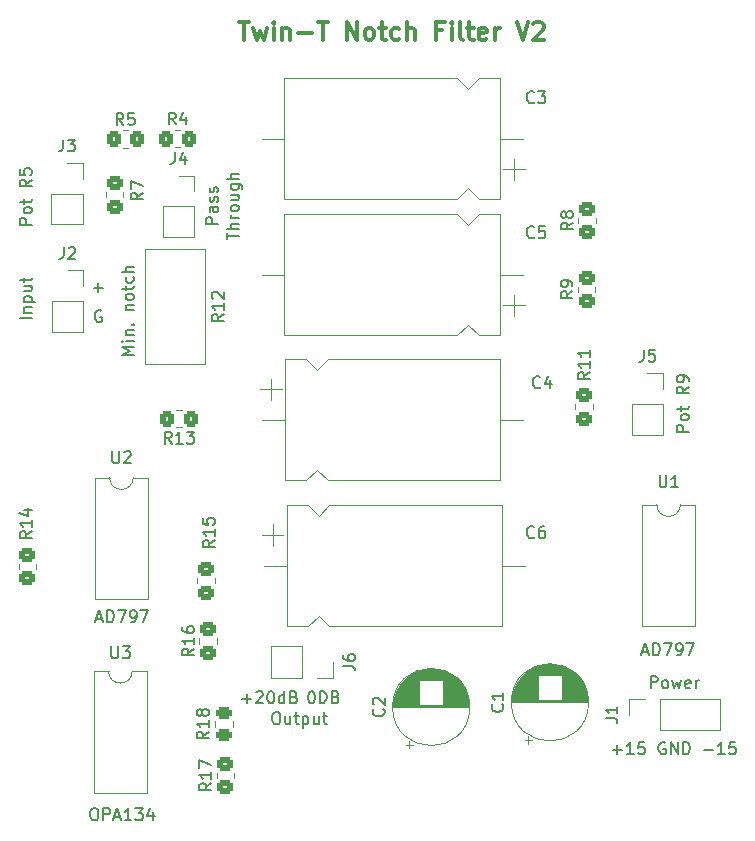
<source format=gto>
G04 #@! TF.GenerationSoftware,KiCad,Pcbnew,(6.0.9)*
G04 #@! TF.CreationDate,2022-12-01T15:56:23+01:00*
G04 #@! TF.ProjectId,Twin-T,5477696e-2d54-42e6-9b69-6361645f7063,rev?*
G04 #@! TF.SameCoordinates,Original*
G04 #@! TF.FileFunction,Legend,Top*
G04 #@! TF.FilePolarity,Positive*
%FSLAX46Y46*%
G04 Gerber Fmt 4.6, Leading zero omitted, Abs format (unit mm)*
G04 Created by KiCad (PCBNEW (6.0.9)) date 2022-12-01 15:56:23*
%MOMM*%
%LPD*%
G01*
G04 APERTURE LIST*
G04 Aperture macros list*
%AMRoundRect*
0 Rectangle with rounded corners*
0 $1 Rounding radius*
0 $2 $3 $4 $5 $6 $7 $8 $9 X,Y pos of 4 corners*
0 Add a 4 corners polygon primitive as box body*
4,1,4,$2,$3,$4,$5,$6,$7,$8,$9,$2,$3,0*
0 Add four circle primitives for the rounded corners*
1,1,$1+$1,$2,$3*
1,1,$1+$1,$4,$5*
1,1,$1+$1,$6,$7*
1,1,$1+$1,$8,$9*
0 Add four rect primitives between the rounded corners*
20,1,$1+$1,$2,$3,$4,$5,0*
20,1,$1+$1,$4,$5,$6,$7,0*
20,1,$1+$1,$6,$7,$8,$9,0*
20,1,$1+$1,$8,$9,$2,$3,0*%
G04 Aperture macros list end*
%ADD10C,0.150000*%
%ADD11C,0.300000*%
%ADD12C,0.120000*%
%ADD13R,1.700000X1.700000*%
%ADD14O,1.700000X1.700000*%
%ADD15C,1.440000*%
%ADD16RoundRect,0.250000X0.450000X-0.350000X0.450000X0.350000X-0.450000X0.350000X-0.450000X-0.350000X0*%
%ADD17C,5.600000*%
%ADD18C,3.600000*%
%ADD19RoundRect,0.250000X0.350000X0.450000X-0.350000X0.450000X-0.350000X-0.450000X0.350000X-0.450000X0*%
%ADD20R,2.400000X2.400000*%
%ADD21O,2.400000X2.400000*%
%ADD22R,2.400000X1.600000*%
%ADD23O,2.400000X1.600000*%
%ADD24R,1.600000X1.600000*%
%ADD25C,1.600000*%
%ADD26RoundRect,0.250000X-0.350000X-0.450000X0.350000X-0.450000X0.350000X0.450000X-0.350000X0.450000X0*%
%ADD27RoundRect,0.250000X-0.450000X0.262500X-0.450000X-0.262500X0.450000X-0.262500X0.450000X0.262500X0*%
G04 APERTURE END LIST*
D10*
X134628190Y-119594380D02*
X134818666Y-119594380D01*
X134913904Y-119642000D01*
X135009142Y-119737238D01*
X135056761Y-119927714D01*
X135056761Y-120261047D01*
X135009142Y-120451523D01*
X134913904Y-120546761D01*
X134818666Y-120594380D01*
X134628190Y-120594380D01*
X134532952Y-120546761D01*
X134437714Y-120451523D01*
X134390095Y-120261047D01*
X134390095Y-119927714D01*
X134437714Y-119737238D01*
X134532952Y-119642000D01*
X134628190Y-119594380D01*
X135913904Y-119927714D02*
X135913904Y-120594380D01*
X135485333Y-119927714D02*
X135485333Y-120451523D01*
X135532952Y-120546761D01*
X135628190Y-120594380D01*
X135771047Y-120594380D01*
X135866285Y-120546761D01*
X135913904Y-120499142D01*
X136247238Y-119927714D02*
X136628190Y-119927714D01*
X136390095Y-119594380D02*
X136390095Y-120451523D01*
X136437714Y-120546761D01*
X136532952Y-120594380D01*
X136628190Y-120594380D01*
X136961523Y-119927714D02*
X136961523Y-120927714D01*
X136961523Y-119975333D02*
X137056761Y-119927714D01*
X137247238Y-119927714D01*
X137342476Y-119975333D01*
X137390095Y-120022952D01*
X137437714Y-120118190D01*
X137437714Y-120403904D01*
X137390095Y-120499142D01*
X137342476Y-120546761D01*
X137247238Y-120594380D01*
X137056761Y-120594380D01*
X136961523Y-120546761D01*
X138294857Y-119927714D02*
X138294857Y-120594380D01*
X137866285Y-119927714D02*
X137866285Y-120451523D01*
X137913904Y-120546761D01*
X138009142Y-120594380D01*
X138152000Y-120594380D01*
X138247238Y-120546761D01*
X138294857Y-120499142D01*
X138628190Y-119927714D02*
X139009142Y-119927714D01*
X138771047Y-119594380D02*
X138771047Y-120451523D01*
X138818666Y-120546761D01*
X138913904Y-120594380D01*
X139009142Y-120594380D01*
X113990380Y-78303142D02*
X112990380Y-78303142D01*
X112990380Y-77922190D01*
X113038000Y-77826952D01*
X113085619Y-77779333D01*
X113180857Y-77731714D01*
X113323714Y-77731714D01*
X113418952Y-77779333D01*
X113466571Y-77826952D01*
X113514190Y-77922190D01*
X113514190Y-78303142D01*
X113990380Y-77160285D02*
X113942761Y-77255523D01*
X113895142Y-77303142D01*
X113799904Y-77350761D01*
X113514190Y-77350761D01*
X113418952Y-77303142D01*
X113371333Y-77255523D01*
X113323714Y-77160285D01*
X113323714Y-77017428D01*
X113371333Y-76922190D01*
X113418952Y-76874571D01*
X113514190Y-76826952D01*
X113799904Y-76826952D01*
X113895142Y-76874571D01*
X113942761Y-76922190D01*
X113990380Y-77017428D01*
X113990380Y-77160285D01*
X113323714Y-76541238D02*
X113323714Y-76160285D01*
X112990380Y-76398380D02*
X113847523Y-76398380D01*
X113942761Y-76350761D01*
X113990380Y-76255523D01*
X113990380Y-76160285D01*
X113990380Y-74493619D02*
X113514190Y-74826952D01*
X113990380Y-75065047D02*
X112990380Y-75065047D01*
X112990380Y-74684095D01*
X113038000Y-74588857D01*
X113085619Y-74541238D01*
X113180857Y-74493619D01*
X113323714Y-74493619D01*
X113418952Y-74541238D01*
X113466571Y-74588857D01*
X113514190Y-74684095D01*
X113514190Y-75065047D01*
X112990380Y-73588857D02*
X112990380Y-74065047D01*
X113466571Y-74112666D01*
X113418952Y-74065047D01*
X113371333Y-73969809D01*
X113371333Y-73731714D01*
X113418952Y-73636476D01*
X113466571Y-73588857D01*
X113561809Y-73541238D01*
X113799904Y-73541238D01*
X113895142Y-73588857D01*
X113942761Y-73636476D01*
X113990380Y-73731714D01*
X113990380Y-73969809D01*
X113942761Y-74065047D01*
X113895142Y-74112666D01*
X166425809Y-117546380D02*
X166425809Y-116546380D01*
X166806761Y-116546380D01*
X166902000Y-116594000D01*
X166949619Y-116641619D01*
X166997238Y-116736857D01*
X166997238Y-116879714D01*
X166949619Y-116974952D01*
X166902000Y-117022571D01*
X166806761Y-117070190D01*
X166425809Y-117070190D01*
X167568666Y-117546380D02*
X167473428Y-117498761D01*
X167425809Y-117451142D01*
X167378190Y-117355904D01*
X167378190Y-117070190D01*
X167425809Y-116974952D01*
X167473428Y-116927333D01*
X167568666Y-116879714D01*
X167711523Y-116879714D01*
X167806761Y-116927333D01*
X167854380Y-116974952D01*
X167902000Y-117070190D01*
X167902000Y-117355904D01*
X167854380Y-117451142D01*
X167806761Y-117498761D01*
X167711523Y-117546380D01*
X167568666Y-117546380D01*
X168235333Y-116879714D02*
X168425809Y-117546380D01*
X168616285Y-117070190D01*
X168806761Y-117546380D01*
X168997238Y-116879714D01*
X169759142Y-117498761D02*
X169663904Y-117546380D01*
X169473428Y-117546380D01*
X169378190Y-117498761D01*
X169330571Y-117403523D01*
X169330571Y-117022571D01*
X169378190Y-116927333D01*
X169473428Y-116879714D01*
X169663904Y-116879714D01*
X169759142Y-116927333D01*
X169806761Y-117022571D01*
X169806761Y-117117809D01*
X169330571Y-117213047D01*
X170235333Y-117546380D02*
X170235333Y-116879714D01*
X170235333Y-117070190D02*
X170282952Y-116974952D01*
X170330571Y-116927333D01*
X170425809Y-116879714D01*
X170521047Y-116879714D01*
X169616380Y-95829142D02*
X168616380Y-95829142D01*
X168616380Y-95448190D01*
X168664000Y-95352952D01*
X168711619Y-95305333D01*
X168806857Y-95257714D01*
X168949714Y-95257714D01*
X169044952Y-95305333D01*
X169092571Y-95352952D01*
X169140190Y-95448190D01*
X169140190Y-95829142D01*
X169616380Y-94686285D02*
X169568761Y-94781523D01*
X169521142Y-94829142D01*
X169425904Y-94876761D01*
X169140190Y-94876761D01*
X169044952Y-94829142D01*
X168997333Y-94781523D01*
X168949714Y-94686285D01*
X168949714Y-94543428D01*
X168997333Y-94448190D01*
X169044952Y-94400571D01*
X169140190Y-94352952D01*
X169425904Y-94352952D01*
X169521142Y-94400571D01*
X169568761Y-94448190D01*
X169616380Y-94543428D01*
X169616380Y-94686285D01*
X168949714Y-94067238D02*
X168949714Y-93686285D01*
X168616380Y-93924380D02*
X169473523Y-93924380D01*
X169568761Y-93876761D01*
X169616380Y-93781523D01*
X169616380Y-93686285D01*
X169616380Y-92019619D02*
X169140190Y-92352952D01*
X169616380Y-92591047D02*
X168616380Y-92591047D01*
X168616380Y-92210095D01*
X168664000Y-92114857D01*
X168711619Y-92067238D01*
X168806857Y-92019619D01*
X168949714Y-92019619D01*
X169044952Y-92067238D01*
X169092571Y-92114857D01*
X169140190Y-92210095D01*
X169140190Y-92591047D01*
X169616380Y-91543428D02*
X169616380Y-91352952D01*
X169568761Y-91257714D01*
X169521142Y-91210095D01*
X169378285Y-91114857D01*
X169187809Y-91067238D01*
X168806857Y-91067238D01*
X168711619Y-91114857D01*
X168664000Y-91162476D01*
X168616380Y-91257714D01*
X168616380Y-91448190D01*
X168664000Y-91543428D01*
X168711619Y-91591047D01*
X168806857Y-91638666D01*
X169044952Y-91638666D01*
X169140190Y-91591047D01*
X169187809Y-91543428D01*
X169235428Y-91448190D01*
X169235428Y-91257714D01*
X169187809Y-91162476D01*
X169140190Y-91114857D01*
X169044952Y-91067238D01*
X113990380Y-86224857D02*
X112990380Y-86224857D01*
X113323714Y-85748666D02*
X113990380Y-85748666D01*
X113418952Y-85748666D02*
X113371333Y-85701047D01*
X113323714Y-85605809D01*
X113323714Y-85462952D01*
X113371333Y-85367714D01*
X113466571Y-85320095D01*
X113990380Y-85320095D01*
X113323714Y-84843904D02*
X114323714Y-84843904D01*
X113371333Y-84843904D02*
X113323714Y-84748666D01*
X113323714Y-84558190D01*
X113371333Y-84462952D01*
X113418952Y-84415333D01*
X113514190Y-84367714D01*
X113799904Y-84367714D01*
X113895142Y-84415333D01*
X113942761Y-84462952D01*
X113990380Y-84558190D01*
X113990380Y-84748666D01*
X113942761Y-84843904D01*
X113323714Y-83510571D02*
X113990380Y-83510571D01*
X113323714Y-83939142D02*
X113847523Y-83939142D01*
X113942761Y-83891523D01*
X113990380Y-83796285D01*
X113990380Y-83653428D01*
X113942761Y-83558190D01*
X113895142Y-83510571D01*
X113323714Y-83177238D02*
X113323714Y-82796285D01*
X112990380Y-83034380D02*
X113847523Y-83034380D01*
X113942761Y-82986761D01*
X113990380Y-82891523D01*
X113990380Y-82796285D01*
X129738380Y-78231809D02*
X128738380Y-78231809D01*
X128738380Y-77850857D01*
X128786000Y-77755619D01*
X128833619Y-77708000D01*
X128928857Y-77660380D01*
X129071714Y-77660380D01*
X129166952Y-77708000D01*
X129214571Y-77755619D01*
X129262190Y-77850857D01*
X129262190Y-78231809D01*
X129738380Y-76803238D02*
X129214571Y-76803238D01*
X129119333Y-76850857D01*
X129071714Y-76946095D01*
X129071714Y-77136571D01*
X129119333Y-77231809D01*
X129690761Y-76803238D02*
X129738380Y-76898476D01*
X129738380Y-77136571D01*
X129690761Y-77231809D01*
X129595523Y-77279428D01*
X129500285Y-77279428D01*
X129405047Y-77231809D01*
X129357428Y-77136571D01*
X129357428Y-76898476D01*
X129309809Y-76803238D01*
X129690761Y-76374666D02*
X129738380Y-76279428D01*
X129738380Y-76088952D01*
X129690761Y-75993714D01*
X129595523Y-75946095D01*
X129547904Y-75946095D01*
X129452666Y-75993714D01*
X129405047Y-76088952D01*
X129405047Y-76231809D01*
X129357428Y-76327047D01*
X129262190Y-76374666D01*
X129214571Y-76374666D01*
X129119333Y-76327047D01*
X129071714Y-76231809D01*
X129071714Y-76088952D01*
X129119333Y-75993714D01*
X129690761Y-75565142D02*
X129738380Y-75469904D01*
X129738380Y-75279428D01*
X129690761Y-75184190D01*
X129595523Y-75136571D01*
X129547904Y-75136571D01*
X129452666Y-75184190D01*
X129405047Y-75279428D01*
X129405047Y-75422285D01*
X129357428Y-75517523D01*
X129262190Y-75565142D01*
X129214571Y-75565142D01*
X129119333Y-75517523D01*
X129071714Y-75422285D01*
X129071714Y-75279428D01*
X129119333Y-75184190D01*
X119213619Y-127722380D02*
X119404095Y-127722380D01*
X119499333Y-127770000D01*
X119594571Y-127865238D01*
X119642190Y-128055714D01*
X119642190Y-128389047D01*
X119594571Y-128579523D01*
X119499333Y-128674761D01*
X119404095Y-128722380D01*
X119213619Y-128722380D01*
X119118380Y-128674761D01*
X119023142Y-128579523D01*
X118975523Y-128389047D01*
X118975523Y-128055714D01*
X119023142Y-127865238D01*
X119118380Y-127770000D01*
X119213619Y-127722380D01*
X120070761Y-128722380D02*
X120070761Y-127722380D01*
X120451714Y-127722380D01*
X120546952Y-127770000D01*
X120594571Y-127817619D01*
X120642190Y-127912857D01*
X120642190Y-128055714D01*
X120594571Y-128150952D01*
X120546952Y-128198571D01*
X120451714Y-128246190D01*
X120070761Y-128246190D01*
X121023142Y-128436666D02*
X121499333Y-128436666D01*
X120927904Y-128722380D02*
X121261238Y-127722380D01*
X121594571Y-128722380D01*
X122451714Y-128722380D02*
X121880285Y-128722380D01*
X122166000Y-128722380D02*
X122166000Y-127722380D01*
X122070761Y-127865238D01*
X121975523Y-127960476D01*
X121880285Y-128008095D01*
X122785047Y-127722380D02*
X123404095Y-127722380D01*
X123070761Y-128103333D01*
X123213619Y-128103333D01*
X123308857Y-128150952D01*
X123356476Y-128198571D01*
X123404095Y-128293809D01*
X123404095Y-128531904D01*
X123356476Y-128627142D01*
X123308857Y-128674761D01*
X123213619Y-128722380D01*
X122927904Y-128722380D01*
X122832666Y-128674761D01*
X122785047Y-128627142D01*
X124261238Y-128055714D02*
X124261238Y-128722380D01*
X124023142Y-127674761D02*
X123785047Y-128389047D01*
X124404095Y-128389047D01*
X119499333Y-111672666D02*
X119975523Y-111672666D01*
X119404095Y-111958380D02*
X119737428Y-110958380D01*
X120070761Y-111958380D01*
X120404095Y-111958380D02*
X120404095Y-110958380D01*
X120642190Y-110958380D01*
X120785047Y-111006000D01*
X120880285Y-111101238D01*
X120927904Y-111196476D01*
X120975523Y-111386952D01*
X120975523Y-111529809D01*
X120927904Y-111720285D01*
X120880285Y-111815523D01*
X120785047Y-111910761D01*
X120642190Y-111958380D01*
X120404095Y-111958380D01*
X121308857Y-110958380D02*
X121975523Y-110958380D01*
X121546952Y-111958380D01*
X122404095Y-111958380D02*
X122594571Y-111958380D01*
X122689809Y-111910761D01*
X122737428Y-111863142D01*
X122832666Y-111720285D01*
X122880285Y-111529809D01*
X122880285Y-111148857D01*
X122832666Y-111053619D01*
X122785047Y-111006000D01*
X122689809Y-110958380D01*
X122499333Y-110958380D01*
X122404095Y-111006000D01*
X122356476Y-111053619D01*
X122308857Y-111148857D01*
X122308857Y-111386952D01*
X122356476Y-111482190D01*
X122404095Y-111529809D01*
X122499333Y-111577428D01*
X122689809Y-111577428D01*
X122785047Y-111529809D01*
X122832666Y-111482190D01*
X122880285Y-111386952D01*
X123213619Y-110958380D02*
X123880285Y-110958380D01*
X123451714Y-111958380D01*
X165727333Y-114466666D02*
X166203523Y-114466666D01*
X165632095Y-114752380D02*
X165965428Y-113752380D01*
X166298761Y-114752380D01*
X166632095Y-114752380D02*
X166632095Y-113752380D01*
X166870190Y-113752380D01*
X167013047Y-113800000D01*
X167108285Y-113895238D01*
X167155904Y-113990476D01*
X167203523Y-114180952D01*
X167203523Y-114323809D01*
X167155904Y-114514285D01*
X167108285Y-114609523D01*
X167013047Y-114704761D01*
X166870190Y-114752380D01*
X166632095Y-114752380D01*
X167536857Y-113752380D02*
X168203523Y-113752380D01*
X167774952Y-114752380D01*
X168632095Y-114752380D02*
X168822571Y-114752380D01*
X168917809Y-114704761D01*
X168965428Y-114657142D01*
X169060666Y-114514285D01*
X169108285Y-114323809D01*
X169108285Y-113942857D01*
X169060666Y-113847619D01*
X169013047Y-113800000D01*
X168917809Y-113752380D01*
X168727333Y-113752380D01*
X168632095Y-113800000D01*
X168584476Y-113847619D01*
X168536857Y-113942857D01*
X168536857Y-114180952D01*
X168584476Y-114276190D01*
X168632095Y-114323809D01*
X168727333Y-114371428D01*
X168917809Y-114371428D01*
X169013047Y-114323809D01*
X169060666Y-114276190D01*
X169108285Y-114180952D01*
X169441619Y-113752380D02*
X170108285Y-113752380D01*
X169679714Y-114752380D01*
X119253047Y-83637428D02*
X120014952Y-83637428D01*
X119634000Y-84018380D02*
X119634000Y-83256476D01*
X131826285Y-118435428D02*
X132588190Y-118435428D01*
X132207238Y-118816380D02*
X132207238Y-118054476D01*
X133016761Y-117911619D02*
X133064380Y-117864000D01*
X133159619Y-117816380D01*
X133397714Y-117816380D01*
X133492952Y-117864000D01*
X133540571Y-117911619D01*
X133588190Y-118006857D01*
X133588190Y-118102095D01*
X133540571Y-118244952D01*
X132969142Y-118816380D01*
X133588190Y-118816380D01*
X134207238Y-117816380D02*
X134302476Y-117816380D01*
X134397714Y-117864000D01*
X134445333Y-117911619D01*
X134492952Y-118006857D01*
X134540571Y-118197333D01*
X134540571Y-118435428D01*
X134492952Y-118625904D01*
X134445333Y-118721142D01*
X134397714Y-118768761D01*
X134302476Y-118816380D01*
X134207238Y-118816380D01*
X134112000Y-118768761D01*
X134064380Y-118721142D01*
X134016761Y-118625904D01*
X133969142Y-118435428D01*
X133969142Y-118197333D01*
X134016761Y-118006857D01*
X134064380Y-117911619D01*
X134112000Y-117864000D01*
X134207238Y-117816380D01*
X135397714Y-118816380D02*
X135397714Y-117816380D01*
X135397714Y-118768761D02*
X135302476Y-118816380D01*
X135112000Y-118816380D01*
X135016761Y-118768761D01*
X134969142Y-118721142D01*
X134921523Y-118625904D01*
X134921523Y-118340190D01*
X134969142Y-118244952D01*
X135016761Y-118197333D01*
X135112000Y-118149714D01*
X135302476Y-118149714D01*
X135397714Y-118197333D01*
X136207238Y-118292571D02*
X136350095Y-118340190D01*
X136397714Y-118387809D01*
X136445333Y-118483047D01*
X136445333Y-118625904D01*
X136397714Y-118721142D01*
X136350095Y-118768761D01*
X136254857Y-118816380D01*
X135873904Y-118816380D01*
X135873904Y-117816380D01*
X136207238Y-117816380D01*
X136302476Y-117864000D01*
X136350095Y-117911619D01*
X136397714Y-118006857D01*
X136397714Y-118102095D01*
X136350095Y-118197333D01*
X136302476Y-118244952D01*
X136207238Y-118292571D01*
X135873904Y-118292571D01*
X137636380Y-117816380D02*
X137731619Y-117816380D01*
X137826857Y-117864000D01*
X137874476Y-117911619D01*
X137922095Y-118006857D01*
X137969714Y-118197333D01*
X137969714Y-118435428D01*
X137922095Y-118625904D01*
X137874476Y-118721142D01*
X137826857Y-118768761D01*
X137731619Y-118816380D01*
X137636380Y-118816380D01*
X137541142Y-118768761D01*
X137493523Y-118721142D01*
X137445904Y-118625904D01*
X137398285Y-118435428D01*
X137398285Y-118197333D01*
X137445904Y-118006857D01*
X137493523Y-117911619D01*
X137541142Y-117864000D01*
X137636380Y-117816380D01*
X138398285Y-118816380D02*
X138398285Y-117816380D01*
X138636380Y-117816380D01*
X138779238Y-117864000D01*
X138874476Y-117959238D01*
X138922095Y-118054476D01*
X138969714Y-118244952D01*
X138969714Y-118387809D01*
X138922095Y-118578285D01*
X138874476Y-118673523D01*
X138779238Y-118768761D01*
X138636380Y-118816380D01*
X138398285Y-118816380D01*
X139731619Y-118292571D02*
X139874476Y-118340190D01*
X139922095Y-118387809D01*
X139969714Y-118483047D01*
X139969714Y-118625904D01*
X139922095Y-118721142D01*
X139874476Y-118768761D01*
X139779238Y-118816380D01*
X139398285Y-118816380D01*
X139398285Y-117816380D01*
X139731619Y-117816380D01*
X139826857Y-117864000D01*
X139874476Y-117911619D01*
X139922095Y-118006857D01*
X139922095Y-118102095D01*
X139874476Y-118197333D01*
X139826857Y-118244952D01*
X139731619Y-118292571D01*
X139398285Y-118292571D01*
X130516380Y-79565142D02*
X130516380Y-78993714D01*
X131516380Y-79279428D02*
X130516380Y-79279428D01*
X131516380Y-78660380D02*
X130516380Y-78660380D01*
X131516380Y-78231809D02*
X130992571Y-78231809D01*
X130897333Y-78279428D01*
X130849714Y-78374666D01*
X130849714Y-78517523D01*
X130897333Y-78612761D01*
X130944952Y-78660380D01*
X131516380Y-77755619D02*
X130849714Y-77755619D01*
X131040190Y-77755619D02*
X130944952Y-77708000D01*
X130897333Y-77660380D01*
X130849714Y-77565142D01*
X130849714Y-77469904D01*
X131516380Y-76993714D02*
X131468761Y-77088952D01*
X131421142Y-77136571D01*
X131325904Y-77184190D01*
X131040190Y-77184190D01*
X130944952Y-77136571D01*
X130897333Y-77088952D01*
X130849714Y-76993714D01*
X130849714Y-76850857D01*
X130897333Y-76755619D01*
X130944952Y-76708000D01*
X131040190Y-76660380D01*
X131325904Y-76660380D01*
X131421142Y-76708000D01*
X131468761Y-76755619D01*
X131516380Y-76850857D01*
X131516380Y-76993714D01*
X130849714Y-75803238D02*
X131516380Y-75803238D01*
X130849714Y-76231809D02*
X131373523Y-76231809D01*
X131468761Y-76184190D01*
X131516380Y-76088952D01*
X131516380Y-75946095D01*
X131468761Y-75850857D01*
X131421142Y-75803238D01*
X130849714Y-74898476D02*
X131659238Y-74898476D01*
X131754476Y-74946095D01*
X131802095Y-74993714D01*
X131849714Y-75088952D01*
X131849714Y-75231809D01*
X131802095Y-75327047D01*
X131468761Y-74898476D02*
X131516380Y-74993714D01*
X131516380Y-75184190D01*
X131468761Y-75279428D01*
X131421142Y-75327047D01*
X131325904Y-75374666D01*
X131040190Y-75374666D01*
X130944952Y-75327047D01*
X130897333Y-75279428D01*
X130849714Y-75184190D01*
X130849714Y-74993714D01*
X130897333Y-74898476D01*
X131516380Y-74422285D02*
X130516380Y-74422285D01*
X131516380Y-73993714D02*
X130992571Y-73993714D01*
X130897333Y-74041333D01*
X130849714Y-74136571D01*
X130849714Y-74279428D01*
X130897333Y-74374666D01*
X130944952Y-74422285D01*
D11*
X131561714Y-61154571D02*
X132418857Y-61154571D01*
X131990285Y-62654571D02*
X131990285Y-61154571D01*
X132775999Y-61654571D02*
X133061714Y-62654571D01*
X133347428Y-61940285D01*
X133633142Y-62654571D01*
X133918857Y-61654571D01*
X134490285Y-62654571D02*
X134490285Y-61654571D01*
X134490285Y-61154571D02*
X134418857Y-61226000D01*
X134490285Y-61297428D01*
X134561714Y-61226000D01*
X134490285Y-61154571D01*
X134490285Y-61297428D01*
X135204571Y-61654571D02*
X135204571Y-62654571D01*
X135204571Y-61797428D02*
X135276000Y-61726000D01*
X135418857Y-61654571D01*
X135633142Y-61654571D01*
X135776000Y-61726000D01*
X135847428Y-61868857D01*
X135847428Y-62654571D01*
X136561714Y-62083142D02*
X137704571Y-62083142D01*
X138204571Y-61154571D02*
X139061714Y-61154571D01*
X138633142Y-62654571D02*
X138633142Y-61154571D01*
X140704571Y-62654571D02*
X140704571Y-61154571D01*
X141561714Y-62654571D01*
X141561714Y-61154571D01*
X142490285Y-62654571D02*
X142347428Y-62583142D01*
X142276000Y-62511714D01*
X142204571Y-62368857D01*
X142204571Y-61940285D01*
X142276000Y-61797428D01*
X142347428Y-61726000D01*
X142490285Y-61654571D01*
X142704571Y-61654571D01*
X142847428Y-61726000D01*
X142918857Y-61797428D01*
X142990285Y-61940285D01*
X142990285Y-62368857D01*
X142918857Y-62511714D01*
X142847428Y-62583142D01*
X142704571Y-62654571D01*
X142490285Y-62654571D01*
X143418857Y-61654571D02*
X143990285Y-61654571D01*
X143633142Y-61154571D02*
X143633142Y-62440285D01*
X143704571Y-62583142D01*
X143847428Y-62654571D01*
X143990285Y-62654571D01*
X145133142Y-62583142D02*
X144990285Y-62654571D01*
X144704571Y-62654571D01*
X144561714Y-62583142D01*
X144490285Y-62511714D01*
X144418857Y-62368857D01*
X144418857Y-61940285D01*
X144490285Y-61797428D01*
X144561714Y-61726000D01*
X144704571Y-61654571D01*
X144990285Y-61654571D01*
X145133142Y-61726000D01*
X145776000Y-62654571D02*
X145776000Y-61154571D01*
X146418857Y-62654571D02*
X146418857Y-61868857D01*
X146347428Y-61726000D01*
X146204571Y-61654571D01*
X145990285Y-61654571D01*
X145847428Y-61726000D01*
X145776000Y-61797428D01*
X148776000Y-61868857D02*
X148276000Y-61868857D01*
X148276000Y-62654571D02*
X148276000Y-61154571D01*
X148990285Y-61154571D01*
X149561714Y-62654571D02*
X149561714Y-61654571D01*
X149561714Y-61154571D02*
X149490285Y-61226000D01*
X149561714Y-61297428D01*
X149633142Y-61226000D01*
X149561714Y-61154571D01*
X149561714Y-61297428D01*
X150490285Y-62654571D02*
X150347428Y-62583142D01*
X150276000Y-62440285D01*
X150276000Y-61154571D01*
X150847428Y-61654571D02*
X151418857Y-61654571D01*
X151061714Y-61154571D02*
X151061714Y-62440285D01*
X151133142Y-62583142D01*
X151276000Y-62654571D01*
X151418857Y-62654571D01*
X152490285Y-62583142D02*
X152347428Y-62654571D01*
X152061714Y-62654571D01*
X151918857Y-62583142D01*
X151847428Y-62440285D01*
X151847428Y-61868857D01*
X151918857Y-61726000D01*
X152061714Y-61654571D01*
X152347428Y-61654571D01*
X152490285Y-61726000D01*
X152561714Y-61868857D01*
X152561714Y-62011714D01*
X151847428Y-62154571D01*
X153204571Y-62654571D02*
X153204571Y-61654571D01*
X153204571Y-61940285D02*
X153276000Y-61797428D01*
X153347428Y-61726000D01*
X153490285Y-61654571D01*
X153633142Y-61654571D01*
X155061714Y-61154571D02*
X155561714Y-62654571D01*
X156061714Y-61154571D01*
X156490285Y-61297428D02*
X156561714Y-61226000D01*
X156704571Y-61154571D01*
X157061714Y-61154571D01*
X157204571Y-61226000D01*
X157276000Y-61297428D01*
X157347428Y-61440285D01*
X157347428Y-61583142D01*
X157276000Y-61797428D01*
X156418857Y-62654571D01*
X157347428Y-62654571D01*
D10*
X119895904Y-85606000D02*
X119800666Y-85558380D01*
X119657809Y-85558380D01*
X119514952Y-85606000D01*
X119419714Y-85701238D01*
X119372095Y-85796476D01*
X119324476Y-85986952D01*
X119324476Y-86129809D01*
X119372095Y-86320285D01*
X119419714Y-86415523D01*
X119514952Y-86510761D01*
X119657809Y-86558380D01*
X119753047Y-86558380D01*
X119895904Y-86510761D01*
X119943523Y-86463142D01*
X119943523Y-86129809D01*
X119753047Y-86129809D01*
X122626380Y-89312285D02*
X121626380Y-89312285D01*
X122340666Y-88978952D01*
X121626380Y-88645619D01*
X122626380Y-88645619D01*
X122626380Y-88169428D02*
X121959714Y-88169428D01*
X121626380Y-88169428D02*
X121674000Y-88217047D01*
X121721619Y-88169428D01*
X121674000Y-88121809D01*
X121626380Y-88169428D01*
X121721619Y-88169428D01*
X121959714Y-87693238D02*
X122626380Y-87693238D01*
X122054952Y-87693238D02*
X122007333Y-87645619D01*
X121959714Y-87550380D01*
X121959714Y-87407523D01*
X122007333Y-87312285D01*
X122102571Y-87264666D01*
X122626380Y-87264666D01*
X122531142Y-86788476D02*
X122578761Y-86740857D01*
X122626380Y-86788476D01*
X122578761Y-86836095D01*
X122531142Y-86788476D01*
X122626380Y-86788476D01*
X121959714Y-85550380D02*
X122626380Y-85550380D01*
X122054952Y-85550380D02*
X122007333Y-85502761D01*
X121959714Y-85407523D01*
X121959714Y-85264666D01*
X122007333Y-85169428D01*
X122102571Y-85121809D01*
X122626380Y-85121809D01*
X122626380Y-84502761D02*
X122578761Y-84598000D01*
X122531142Y-84645619D01*
X122435904Y-84693238D01*
X122150190Y-84693238D01*
X122054952Y-84645619D01*
X122007333Y-84598000D01*
X121959714Y-84502761D01*
X121959714Y-84359904D01*
X122007333Y-84264666D01*
X122054952Y-84217047D01*
X122150190Y-84169428D01*
X122435904Y-84169428D01*
X122531142Y-84217047D01*
X122578761Y-84264666D01*
X122626380Y-84359904D01*
X122626380Y-84502761D01*
X121959714Y-83883714D02*
X121959714Y-83502761D01*
X121626380Y-83740857D02*
X122483523Y-83740857D01*
X122578761Y-83693238D01*
X122626380Y-83598000D01*
X122626380Y-83502761D01*
X122578761Y-82740857D02*
X122626380Y-82836095D01*
X122626380Y-83026571D01*
X122578761Y-83121809D01*
X122531142Y-83169428D01*
X122435904Y-83217047D01*
X122150190Y-83217047D01*
X122054952Y-83169428D01*
X122007333Y-83121809D01*
X121959714Y-83026571D01*
X121959714Y-82836095D01*
X122007333Y-82740857D01*
X122626380Y-82312285D02*
X121626380Y-82312285D01*
X122626380Y-81883714D02*
X122102571Y-81883714D01*
X122007333Y-81931333D01*
X121959714Y-82026571D01*
X121959714Y-82169428D01*
X122007333Y-82264666D01*
X122054952Y-82312285D01*
X163211523Y-122753428D02*
X163973428Y-122753428D01*
X163592476Y-123134380D02*
X163592476Y-122372476D01*
X164973428Y-123134380D02*
X164402000Y-123134380D01*
X164687714Y-123134380D02*
X164687714Y-122134380D01*
X164592476Y-122277238D01*
X164497238Y-122372476D01*
X164402000Y-122420095D01*
X165878190Y-122134380D02*
X165402000Y-122134380D01*
X165354380Y-122610571D01*
X165402000Y-122562952D01*
X165497238Y-122515333D01*
X165735333Y-122515333D01*
X165830571Y-122562952D01*
X165878190Y-122610571D01*
X165925809Y-122705809D01*
X165925809Y-122943904D01*
X165878190Y-123039142D01*
X165830571Y-123086761D01*
X165735333Y-123134380D01*
X165497238Y-123134380D01*
X165402000Y-123086761D01*
X165354380Y-123039142D01*
X167640095Y-122182000D02*
X167544857Y-122134380D01*
X167402000Y-122134380D01*
X167259142Y-122182000D01*
X167163904Y-122277238D01*
X167116285Y-122372476D01*
X167068666Y-122562952D01*
X167068666Y-122705809D01*
X167116285Y-122896285D01*
X167163904Y-122991523D01*
X167259142Y-123086761D01*
X167402000Y-123134380D01*
X167497238Y-123134380D01*
X167640095Y-123086761D01*
X167687714Y-123039142D01*
X167687714Y-122705809D01*
X167497238Y-122705809D01*
X168116285Y-123134380D02*
X168116285Y-122134380D01*
X168687714Y-123134380D01*
X168687714Y-122134380D01*
X169163904Y-123134380D02*
X169163904Y-122134380D01*
X169402000Y-122134380D01*
X169544857Y-122182000D01*
X169640095Y-122277238D01*
X169687714Y-122372476D01*
X169735333Y-122562952D01*
X169735333Y-122705809D01*
X169687714Y-122896285D01*
X169640095Y-122991523D01*
X169544857Y-123086761D01*
X169402000Y-123134380D01*
X169163904Y-123134380D01*
X170925809Y-122753428D02*
X171687714Y-122753428D01*
X172687714Y-123134380D02*
X172116285Y-123134380D01*
X172402000Y-123134380D02*
X172402000Y-122134380D01*
X172306761Y-122277238D01*
X172211523Y-122372476D01*
X172116285Y-122420095D01*
X173592476Y-122134380D02*
X173116285Y-122134380D01*
X173068666Y-122610571D01*
X173116285Y-122562952D01*
X173211523Y-122515333D01*
X173449619Y-122515333D01*
X173544857Y-122562952D01*
X173592476Y-122610571D01*
X173640095Y-122705809D01*
X173640095Y-122943904D01*
X173592476Y-123039142D01*
X173544857Y-123086761D01*
X173449619Y-123134380D01*
X173211523Y-123134380D01*
X173116285Y-123086761D01*
X173068666Y-123039142D01*
X126107866Y-72171180D02*
X126107866Y-72885466D01*
X126060247Y-73028323D01*
X125965009Y-73123561D01*
X125822152Y-73171180D01*
X125726914Y-73171180D01*
X127012628Y-72504514D02*
X127012628Y-73171180D01*
X126774533Y-72123561D02*
X126536438Y-72837847D01*
X127155485Y-72837847D01*
X130248780Y-85895257D02*
X129772590Y-86228590D01*
X130248780Y-86466685D02*
X129248780Y-86466685D01*
X129248780Y-86085733D01*
X129296400Y-85990495D01*
X129344019Y-85942876D01*
X129439257Y-85895257D01*
X129582114Y-85895257D01*
X129677352Y-85942876D01*
X129724971Y-85990495D01*
X129772590Y-86085733D01*
X129772590Y-86466685D01*
X130248780Y-84942876D02*
X130248780Y-85514304D01*
X130248780Y-85228590D02*
X129248780Y-85228590D01*
X129391638Y-85323828D01*
X129486876Y-85419066D01*
X129534495Y-85514304D01*
X129344019Y-84561923D02*
X129296400Y-84514304D01*
X129248780Y-84419066D01*
X129248780Y-84180971D01*
X129296400Y-84085733D01*
X129344019Y-84038114D01*
X129439257Y-83990495D01*
X129534495Y-83990495D01*
X129677352Y-84038114D01*
X130248780Y-84609542D01*
X130248780Y-83990495D01*
X123388380Y-75604666D02*
X122912190Y-75938000D01*
X123388380Y-76176095D02*
X122388380Y-76176095D01*
X122388380Y-75795142D01*
X122436000Y-75699904D01*
X122483619Y-75652285D01*
X122578857Y-75604666D01*
X122721714Y-75604666D01*
X122816952Y-75652285D01*
X122864571Y-75699904D01*
X122912190Y-75795142D01*
X122912190Y-76176095D01*
X122388380Y-75271333D02*
X122388380Y-74604666D01*
X123388380Y-75033238D01*
X125849142Y-96844380D02*
X125515809Y-96368190D01*
X125277714Y-96844380D02*
X125277714Y-95844380D01*
X125658666Y-95844380D01*
X125753904Y-95892000D01*
X125801523Y-95939619D01*
X125849142Y-96034857D01*
X125849142Y-96177714D01*
X125801523Y-96272952D01*
X125753904Y-96320571D01*
X125658666Y-96368190D01*
X125277714Y-96368190D01*
X126801523Y-96844380D02*
X126230095Y-96844380D01*
X126515809Y-96844380D02*
X126515809Y-95844380D01*
X126420571Y-95987238D01*
X126325333Y-96082476D01*
X126230095Y-96130095D01*
X127134857Y-95844380D02*
X127753904Y-95844380D01*
X127420571Y-96225333D01*
X127563428Y-96225333D01*
X127658666Y-96272952D01*
X127706285Y-96320571D01*
X127753904Y-96415809D01*
X127753904Y-96653904D01*
X127706285Y-96749142D01*
X127658666Y-96796761D01*
X127563428Y-96844380D01*
X127277714Y-96844380D01*
X127182476Y-96796761D01*
X127134857Y-96749142D01*
X156551333Y-104751142D02*
X156503714Y-104798761D01*
X156360857Y-104846380D01*
X156265619Y-104846380D01*
X156122761Y-104798761D01*
X156027523Y-104703523D01*
X155979904Y-104608285D01*
X155932285Y-104417809D01*
X155932285Y-104274952D01*
X155979904Y-104084476D01*
X156027523Y-103989238D01*
X156122761Y-103894000D01*
X156265619Y-103846380D01*
X156360857Y-103846380D01*
X156503714Y-103894000D01*
X156551333Y-103941619D01*
X157408476Y-103846380D02*
X157218000Y-103846380D01*
X157122761Y-103894000D01*
X157075142Y-103941619D01*
X156979904Y-104084476D01*
X156932285Y-104274952D01*
X156932285Y-104655904D01*
X156979904Y-104751142D01*
X157027523Y-104798761D01*
X157122761Y-104846380D01*
X157313238Y-104846380D01*
X157408476Y-104798761D01*
X157456095Y-104751142D01*
X157503714Y-104655904D01*
X157503714Y-104417809D01*
X157456095Y-104322571D01*
X157408476Y-104274952D01*
X157313238Y-104227333D01*
X157122761Y-104227333D01*
X157027523Y-104274952D01*
X156979904Y-104322571D01*
X156932285Y-104417809D01*
X159838380Y-78128666D02*
X159362190Y-78462000D01*
X159838380Y-78700095D02*
X158838380Y-78700095D01*
X158838380Y-78319142D01*
X158886000Y-78223904D01*
X158933619Y-78176285D01*
X159028857Y-78128666D01*
X159171714Y-78128666D01*
X159266952Y-78176285D01*
X159314571Y-78223904D01*
X159362190Y-78319142D01*
X159362190Y-78700095D01*
X159266952Y-77557238D02*
X159219333Y-77652476D01*
X159171714Y-77700095D01*
X159076476Y-77747714D01*
X159028857Y-77747714D01*
X158933619Y-77700095D01*
X158886000Y-77652476D01*
X158838380Y-77557238D01*
X158838380Y-77366761D01*
X158886000Y-77271523D01*
X158933619Y-77223904D01*
X159028857Y-77176285D01*
X159076476Y-77176285D01*
X159171714Y-77223904D01*
X159219333Y-77271523D01*
X159266952Y-77366761D01*
X159266952Y-77557238D01*
X159314571Y-77652476D01*
X159362190Y-77700095D01*
X159457428Y-77747714D01*
X159647904Y-77747714D01*
X159743142Y-77700095D01*
X159790761Y-77652476D01*
X159838380Y-77557238D01*
X159838380Y-77366761D01*
X159790761Y-77271523D01*
X159743142Y-77223904D01*
X159647904Y-77176285D01*
X159457428Y-77176285D01*
X159362190Y-77223904D01*
X159314571Y-77271523D01*
X159266952Y-77366761D01*
X157059333Y-92051142D02*
X157011714Y-92098761D01*
X156868857Y-92146380D01*
X156773619Y-92146380D01*
X156630761Y-92098761D01*
X156535523Y-92003523D01*
X156487904Y-91908285D01*
X156440285Y-91717809D01*
X156440285Y-91574952D01*
X156487904Y-91384476D01*
X156535523Y-91289238D01*
X156630761Y-91194000D01*
X156773619Y-91146380D01*
X156868857Y-91146380D01*
X157011714Y-91194000D01*
X157059333Y-91241619D01*
X157916476Y-91479714D02*
X157916476Y-92146380D01*
X157678380Y-91098761D02*
X157440285Y-91813047D01*
X158059333Y-91813047D01*
X161234380Y-90812857D02*
X160758190Y-91146190D01*
X161234380Y-91384285D02*
X160234380Y-91384285D01*
X160234380Y-91003333D01*
X160282000Y-90908095D01*
X160329619Y-90860476D01*
X160424857Y-90812857D01*
X160567714Y-90812857D01*
X160662952Y-90860476D01*
X160710571Y-90908095D01*
X160758190Y-91003333D01*
X160758190Y-91384285D01*
X161234380Y-89860476D02*
X161234380Y-90431904D01*
X161234380Y-90146190D02*
X160234380Y-90146190D01*
X160377238Y-90241428D01*
X160472476Y-90336666D01*
X160520095Y-90431904D01*
X161234380Y-88908095D02*
X161234380Y-89479523D01*
X161234380Y-89193809D02*
X160234380Y-89193809D01*
X160377238Y-89289047D01*
X160472476Y-89384285D01*
X160520095Y-89479523D01*
X127732780Y-114215657D02*
X127256590Y-114548990D01*
X127732780Y-114787085D02*
X126732780Y-114787085D01*
X126732780Y-114406133D01*
X126780400Y-114310895D01*
X126828019Y-114263276D01*
X126923257Y-114215657D01*
X127066114Y-114215657D01*
X127161352Y-114263276D01*
X127208971Y-114310895D01*
X127256590Y-114406133D01*
X127256590Y-114787085D01*
X127732780Y-113263276D02*
X127732780Y-113834704D01*
X127732780Y-113548990D02*
X126732780Y-113548990D01*
X126875638Y-113644228D01*
X126970876Y-113739466D01*
X127018495Y-113834704D01*
X126732780Y-112406133D02*
X126732780Y-112596609D01*
X126780400Y-112691847D01*
X126828019Y-112739466D01*
X126970876Y-112834704D01*
X127161352Y-112882323D01*
X127542304Y-112882323D01*
X127637542Y-112834704D01*
X127685161Y-112787085D01*
X127732780Y-112691847D01*
X127732780Y-112501371D01*
X127685161Y-112406133D01*
X127637542Y-112358514D01*
X127542304Y-112310895D01*
X127304209Y-112310895D01*
X127208971Y-112358514D01*
X127161352Y-112406133D01*
X127113733Y-112501371D01*
X127113733Y-112691847D01*
X127161352Y-112787085D01*
X127208971Y-112834704D01*
X127304209Y-112882323D01*
X167167895Y-99528380D02*
X167167895Y-100337904D01*
X167215514Y-100433142D01*
X167263133Y-100480761D01*
X167358371Y-100528380D01*
X167548847Y-100528380D01*
X167644085Y-100480761D01*
X167691704Y-100433142D01*
X167739323Y-100337904D01*
X167739323Y-99528380D01*
X168739323Y-100528380D02*
X168167895Y-100528380D01*
X168453609Y-100528380D02*
X168453609Y-99528380D01*
X168358371Y-99671238D01*
X168263133Y-99766476D01*
X168167895Y-99814095D01*
X143785142Y-119312666D02*
X143832761Y-119360285D01*
X143880380Y-119503142D01*
X143880380Y-119598380D01*
X143832761Y-119741238D01*
X143737523Y-119836476D01*
X143642285Y-119884095D01*
X143451809Y-119931714D01*
X143308952Y-119931714D01*
X143118476Y-119884095D01*
X143023238Y-119836476D01*
X142928000Y-119741238D01*
X142880380Y-119598380D01*
X142880380Y-119503142D01*
X142928000Y-119360285D01*
X142975619Y-119312666D01*
X142975619Y-118931714D02*
X142928000Y-118884095D01*
X142880380Y-118788857D01*
X142880380Y-118550761D01*
X142928000Y-118455523D01*
X142975619Y-118407904D01*
X143070857Y-118360285D01*
X143166095Y-118360285D01*
X143308952Y-118407904D01*
X143880380Y-118979333D01*
X143880380Y-118360285D01*
X126188933Y-69820780D02*
X125855600Y-69344590D01*
X125617504Y-69820780D02*
X125617504Y-68820780D01*
X125998457Y-68820780D01*
X126093695Y-68868400D01*
X126141314Y-68916019D01*
X126188933Y-69011257D01*
X126188933Y-69154114D01*
X126141314Y-69249352D01*
X126093695Y-69296971D01*
X125998457Y-69344590D01*
X125617504Y-69344590D01*
X127046076Y-69154114D02*
X127046076Y-69820780D01*
X126807980Y-68773161D02*
X126569885Y-69487447D01*
X127188933Y-69487447D01*
X162595180Y-120119733D02*
X163309466Y-120119733D01*
X163452323Y-120167352D01*
X163547561Y-120262590D01*
X163595180Y-120405447D01*
X163595180Y-120500685D01*
X163595180Y-119119733D02*
X163595180Y-119691161D01*
X163595180Y-119405447D02*
X162595180Y-119405447D01*
X162738038Y-119500685D01*
X162833276Y-119595923D01*
X162880895Y-119691161D01*
X129205980Y-125594857D02*
X128729790Y-125928190D01*
X129205980Y-126166285D02*
X128205980Y-126166285D01*
X128205980Y-125785333D01*
X128253600Y-125690095D01*
X128301219Y-125642476D01*
X128396457Y-125594857D01*
X128539314Y-125594857D01*
X128634552Y-125642476D01*
X128682171Y-125690095D01*
X128729790Y-125785333D01*
X128729790Y-126166285D01*
X129205980Y-124642476D02*
X129205980Y-125213904D01*
X129205980Y-124928190D02*
X128205980Y-124928190D01*
X128348838Y-125023428D01*
X128444076Y-125118666D01*
X128491695Y-125213904D01*
X128205980Y-124309142D02*
X128205980Y-123642476D01*
X129205980Y-124071047D01*
X156551333Y-67921142D02*
X156503714Y-67968761D01*
X156360857Y-68016380D01*
X156265619Y-68016380D01*
X156122761Y-67968761D01*
X156027523Y-67873523D01*
X155979904Y-67778285D01*
X155932285Y-67587809D01*
X155932285Y-67444952D01*
X155979904Y-67254476D01*
X156027523Y-67159238D01*
X156122761Y-67064000D01*
X156265619Y-67016380D01*
X156360857Y-67016380D01*
X156503714Y-67064000D01*
X156551333Y-67111619D01*
X156884666Y-67016380D02*
X157503714Y-67016380D01*
X157170380Y-67397333D01*
X157313238Y-67397333D01*
X157408476Y-67444952D01*
X157456095Y-67492571D01*
X157503714Y-67587809D01*
X157503714Y-67825904D01*
X157456095Y-67921142D01*
X157408476Y-67968761D01*
X157313238Y-68016380D01*
X157027523Y-68016380D01*
X156932285Y-67968761D01*
X156884666Y-67921142D01*
X156551333Y-79351142D02*
X156503714Y-79398761D01*
X156360857Y-79446380D01*
X156265619Y-79446380D01*
X156122761Y-79398761D01*
X156027523Y-79303523D01*
X155979904Y-79208285D01*
X155932285Y-79017809D01*
X155932285Y-78874952D01*
X155979904Y-78684476D01*
X156027523Y-78589238D01*
X156122761Y-78494000D01*
X156265619Y-78446380D01*
X156360857Y-78446380D01*
X156503714Y-78494000D01*
X156551333Y-78541619D01*
X157456095Y-78446380D02*
X156979904Y-78446380D01*
X156932285Y-78922571D01*
X156979904Y-78874952D01*
X157075142Y-78827333D01*
X157313238Y-78827333D01*
X157408476Y-78874952D01*
X157456095Y-78922571D01*
X157503714Y-79017809D01*
X157503714Y-79255904D01*
X157456095Y-79351142D01*
X157408476Y-79398761D01*
X157313238Y-79446380D01*
X157075142Y-79446380D01*
X156979904Y-79398761D01*
X156932285Y-79351142D01*
X140378380Y-115674333D02*
X141092666Y-115674333D01*
X141235523Y-115721952D01*
X141330761Y-115817190D01*
X141378380Y-115960047D01*
X141378380Y-116055285D01*
X140378380Y-114769571D02*
X140378380Y-114960047D01*
X140426000Y-115055285D01*
X140473619Y-115102904D01*
X140616476Y-115198142D01*
X140806952Y-115245761D01*
X141187904Y-115245761D01*
X141283142Y-115198142D01*
X141330761Y-115150523D01*
X141378380Y-115055285D01*
X141378380Y-114864809D01*
X141330761Y-114769571D01*
X141283142Y-114721952D01*
X141187904Y-114674333D01*
X140949809Y-114674333D01*
X140854571Y-114721952D01*
X140806952Y-114769571D01*
X140759333Y-114864809D01*
X140759333Y-115055285D01*
X140806952Y-115150523D01*
X140854571Y-115198142D01*
X140949809Y-115245761D01*
X121769333Y-69871580D02*
X121436000Y-69395390D01*
X121197904Y-69871580D02*
X121197904Y-68871580D01*
X121578857Y-68871580D01*
X121674095Y-68919200D01*
X121721714Y-68966819D01*
X121769333Y-69062057D01*
X121769333Y-69204914D01*
X121721714Y-69300152D01*
X121674095Y-69347771D01*
X121578857Y-69395390D01*
X121197904Y-69395390D01*
X122674095Y-68871580D02*
X122197904Y-68871580D01*
X122150285Y-69347771D01*
X122197904Y-69300152D01*
X122293142Y-69252533D01*
X122531238Y-69252533D01*
X122626476Y-69300152D01*
X122674095Y-69347771D01*
X122721714Y-69443009D01*
X122721714Y-69681104D01*
X122674095Y-69776342D01*
X122626476Y-69823961D01*
X122531238Y-69871580D01*
X122293142Y-69871580D01*
X122197904Y-69823961D01*
X122150285Y-69776342D01*
X113990380Y-104274857D02*
X113514190Y-104608190D01*
X113990380Y-104846285D02*
X112990380Y-104846285D01*
X112990380Y-104465333D01*
X113038000Y-104370095D01*
X113085619Y-104322476D01*
X113180857Y-104274857D01*
X113323714Y-104274857D01*
X113418952Y-104322476D01*
X113466571Y-104370095D01*
X113514190Y-104465333D01*
X113514190Y-104846285D01*
X113990380Y-103322476D02*
X113990380Y-103893904D01*
X113990380Y-103608190D02*
X112990380Y-103608190D01*
X113133238Y-103703428D01*
X113228476Y-103798666D01*
X113276095Y-103893904D01*
X113323714Y-102465333D02*
X113990380Y-102465333D01*
X112942761Y-102703428D02*
X113657047Y-102941523D01*
X113657047Y-102322476D01*
X159787580Y-83951866D02*
X159311390Y-84285200D01*
X159787580Y-84523295D02*
X158787580Y-84523295D01*
X158787580Y-84142342D01*
X158835200Y-84047104D01*
X158882819Y-83999485D01*
X158978057Y-83951866D01*
X159120914Y-83951866D01*
X159216152Y-83999485D01*
X159263771Y-84047104D01*
X159311390Y-84142342D01*
X159311390Y-84523295D01*
X159787580Y-83475676D02*
X159787580Y-83285200D01*
X159739961Y-83189961D01*
X159692342Y-83142342D01*
X159549485Y-83047104D01*
X159359009Y-82999485D01*
X158978057Y-82999485D01*
X158882819Y-83047104D01*
X158835200Y-83094723D01*
X158787580Y-83189961D01*
X158787580Y-83380438D01*
X158835200Y-83475676D01*
X158882819Y-83523295D01*
X158978057Y-83570914D01*
X159216152Y-83570914D01*
X159311390Y-83523295D01*
X159359009Y-83475676D01*
X159406628Y-83380438D01*
X159406628Y-83189961D01*
X159359009Y-83094723D01*
X159311390Y-83047104D01*
X159216152Y-82999485D01*
X128976380Y-121240157D02*
X128500190Y-121573490D01*
X128976380Y-121811585D02*
X127976380Y-121811585D01*
X127976380Y-121430633D01*
X128024000Y-121335395D01*
X128071619Y-121287776D01*
X128166857Y-121240157D01*
X128309714Y-121240157D01*
X128404952Y-121287776D01*
X128452571Y-121335395D01*
X128500190Y-121430633D01*
X128500190Y-121811585D01*
X128976380Y-120287776D02*
X128976380Y-120859204D01*
X128976380Y-120573490D02*
X127976380Y-120573490D01*
X128119238Y-120668728D01*
X128214476Y-120763966D01*
X128262095Y-120859204D01*
X128404952Y-119716347D02*
X128357333Y-119811585D01*
X128309714Y-119859204D01*
X128214476Y-119906823D01*
X128166857Y-119906823D01*
X128071619Y-119859204D01*
X128024000Y-119811585D01*
X127976380Y-119716347D01*
X127976380Y-119525871D01*
X128024000Y-119430633D01*
X128071619Y-119383014D01*
X128166857Y-119335395D01*
X128214476Y-119335395D01*
X128309714Y-119383014D01*
X128357333Y-119430633D01*
X128404952Y-119525871D01*
X128404952Y-119716347D01*
X128452571Y-119811585D01*
X128500190Y-119859204D01*
X128595428Y-119906823D01*
X128785904Y-119906823D01*
X128881142Y-119859204D01*
X128928761Y-119811585D01*
X128976380Y-119716347D01*
X128976380Y-119525871D01*
X128928761Y-119430633D01*
X128881142Y-119383014D01*
X128785904Y-119335395D01*
X128595428Y-119335395D01*
X128500190Y-119383014D01*
X128452571Y-119430633D01*
X128404952Y-119525871D01*
X165807666Y-88904380D02*
X165807666Y-89618666D01*
X165760047Y-89761523D01*
X165664809Y-89856761D01*
X165521952Y-89904380D01*
X165426714Y-89904380D01*
X166760047Y-88904380D02*
X166283857Y-88904380D01*
X166236238Y-89380571D01*
X166283857Y-89332952D01*
X166379095Y-89285333D01*
X166617190Y-89285333D01*
X166712428Y-89332952D01*
X166760047Y-89380571D01*
X166807666Y-89475809D01*
X166807666Y-89713904D01*
X166760047Y-89809142D01*
X166712428Y-89856761D01*
X166617190Y-89904380D01*
X166379095Y-89904380D01*
X166283857Y-89856761D01*
X166236238Y-89809142D01*
X116709866Y-80197580D02*
X116709866Y-80911866D01*
X116662247Y-81054723D01*
X116567009Y-81149961D01*
X116424152Y-81197580D01*
X116328914Y-81197580D01*
X117138438Y-80292819D02*
X117186057Y-80245200D01*
X117281295Y-80197580D01*
X117519390Y-80197580D01*
X117614628Y-80245200D01*
X117662247Y-80292819D01*
X117709866Y-80388057D01*
X117709866Y-80483295D01*
X117662247Y-80626152D01*
X117090819Y-81197580D01*
X117709866Y-81197580D01*
X153843542Y-118920246D02*
X153891161Y-118967865D01*
X153938780Y-119110722D01*
X153938780Y-119205960D01*
X153891161Y-119348818D01*
X153795923Y-119444056D01*
X153700685Y-119491675D01*
X153510209Y-119539294D01*
X153367352Y-119539294D01*
X153176876Y-119491675D01*
X153081638Y-119444056D01*
X152986400Y-119348818D01*
X152938780Y-119205960D01*
X152938780Y-119110722D01*
X152986400Y-118967865D01*
X153034019Y-118920246D01*
X153938780Y-117967865D02*
X153938780Y-118539294D01*
X153938780Y-118253580D02*
X152938780Y-118253580D01*
X153081638Y-118348818D01*
X153176876Y-118444056D01*
X153224495Y-118539294D01*
X129484380Y-105036857D02*
X129008190Y-105370190D01*
X129484380Y-105608285D02*
X128484380Y-105608285D01*
X128484380Y-105227333D01*
X128532000Y-105132095D01*
X128579619Y-105084476D01*
X128674857Y-105036857D01*
X128817714Y-105036857D01*
X128912952Y-105084476D01*
X128960571Y-105132095D01*
X129008190Y-105227333D01*
X129008190Y-105608285D01*
X129484380Y-104084476D02*
X129484380Y-104655904D01*
X129484380Y-104370190D02*
X128484380Y-104370190D01*
X128627238Y-104465428D01*
X128722476Y-104560666D01*
X128770095Y-104655904D01*
X128484380Y-103179714D02*
X128484380Y-103655904D01*
X128960571Y-103703523D01*
X128912952Y-103655904D01*
X128865333Y-103560666D01*
X128865333Y-103322571D01*
X128912952Y-103227333D01*
X128960571Y-103179714D01*
X129055809Y-103132095D01*
X129293904Y-103132095D01*
X129389142Y-103179714D01*
X129436761Y-103227333D01*
X129484380Y-103322571D01*
X129484380Y-103560666D01*
X129436761Y-103655904D01*
X129389142Y-103703523D01*
X116659066Y-71104380D02*
X116659066Y-71818666D01*
X116611447Y-71961523D01*
X116516209Y-72056761D01*
X116373352Y-72104380D01*
X116278114Y-72104380D01*
X117040019Y-71104380D02*
X117659066Y-71104380D01*
X117325733Y-71485333D01*
X117468590Y-71485333D01*
X117563828Y-71532952D01*
X117611447Y-71580571D01*
X117659066Y-71675809D01*
X117659066Y-71913904D01*
X117611447Y-72009142D01*
X117563828Y-72056761D01*
X117468590Y-72104380D01*
X117182876Y-72104380D01*
X117087638Y-72056761D01*
X117040019Y-72009142D01*
X120751695Y-114006380D02*
X120751695Y-114815904D01*
X120799314Y-114911142D01*
X120846933Y-114958761D01*
X120942171Y-115006380D01*
X121132647Y-115006380D01*
X121227885Y-114958761D01*
X121275504Y-114911142D01*
X121323123Y-114815904D01*
X121323123Y-114006380D01*
X121704076Y-114006380D02*
X122323123Y-114006380D01*
X121989790Y-114387333D01*
X122132647Y-114387333D01*
X122227885Y-114434952D01*
X122275504Y-114482571D01*
X122323123Y-114577809D01*
X122323123Y-114815904D01*
X122275504Y-114911142D01*
X122227885Y-114958761D01*
X122132647Y-115006380D01*
X121846933Y-115006380D01*
X121751695Y-114958761D01*
X121704076Y-114911142D01*
X120838295Y-97496380D02*
X120838295Y-98305904D01*
X120885914Y-98401142D01*
X120933533Y-98448761D01*
X121028771Y-98496380D01*
X121219247Y-98496380D01*
X121314485Y-98448761D01*
X121362104Y-98401142D01*
X121409723Y-98305904D01*
X121409723Y-97496380D01*
X121838295Y-97591619D02*
X121885914Y-97544000D01*
X121981152Y-97496380D01*
X122219247Y-97496380D01*
X122314485Y-97544000D01*
X122362104Y-97591619D01*
X122409723Y-97686857D01*
X122409723Y-97782095D01*
X122362104Y-97924952D01*
X121790676Y-98496380D01*
X122409723Y-98496380D01*
D12*
X125111200Y-76758800D02*
X127771200Y-76758800D01*
X127771200Y-76758800D02*
X127771200Y-79358800D01*
X126441200Y-74158800D02*
X127771200Y-74158800D01*
X127771200Y-74158800D02*
X127771200Y-75488800D01*
X125111200Y-79358800D02*
X127771200Y-79358800D01*
X125111200Y-76758800D02*
X125111200Y-79358800D01*
X128666400Y-90137400D02*
X123596400Y-90137400D01*
X123596400Y-80367400D02*
X123596400Y-90137400D01*
X128666400Y-80367400D02*
X128666400Y-90137400D01*
X128666400Y-80367400D02*
X123596400Y-80367400D01*
X121756600Y-76004664D02*
X121756600Y-75550536D01*
X120286600Y-76004664D02*
X120286600Y-75550536D01*
X126719064Y-94007000D02*
X126264936Y-94007000D01*
X126719064Y-95477000D02*
X126264936Y-95477000D01*
X135612400Y-102068000D02*
X135612400Y-112308000D01*
X135612400Y-112308000D02*
X137412400Y-112308000D01*
X155792400Y-107188000D02*
X153852400Y-107188000D01*
X134412400Y-103688000D02*
X134412400Y-105488000D01*
X138312400Y-111408000D02*
X139212400Y-112308000D01*
X137412400Y-112308000D02*
X138312400Y-111408000D01*
X135612400Y-102068000D02*
X137412400Y-102068000D01*
X153852400Y-102068000D02*
X153852400Y-112308000D01*
X133672400Y-107188000D02*
X135612400Y-107188000D01*
X137412400Y-102068000D02*
X138312400Y-102968000D01*
X139212400Y-102068000D02*
X153852400Y-102068000D01*
X139212400Y-112308000D02*
X153852400Y-112308000D01*
X138312400Y-102968000D02*
X139212400Y-102068000D01*
X133512400Y-104588000D02*
X135312400Y-104588000D01*
X161771000Y-78189064D02*
X161771000Y-77734936D01*
X160301000Y-78189064D02*
X160301000Y-77734936D01*
X137256800Y-99963600D02*
X138156800Y-99063600D01*
X133356800Y-92243600D02*
X135156800Y-92243600D01*
X138156800Y-90623600D02*
X139056800Y-89723600D01*
X139056800Y-89723600D02*
X153696800Y-89723600D01*
X135456800Y-99963600D02*
X137256800Y-99963600D01*
X135456800Y-89723600D02*
X135456800Y-99963600D01*
X153696800Y-89723600D02*
X153696800Y-99963600D01*
X137256800Y-89723600D02*
X138156800Y-90623600D01*
X155636800Y-94843600D02*
X153696800Y-94843600D01*
X138156800Y-99063600D02*
X139056800Y-99963600D01*
X135456800Y-89723600D02*
X137256800Y-89723600D01*
X134256800Y-91343600D02*
X134256800Y-93143600D01*
X133516800Y-94843600D02*
X135456800Y-94843600D01*
X139056800Y-99963600D02*
X153696800Y-99963600D01*
X160047000Y-93953064D02*
X160047000Y-93498936D01*
X161517000Y-93953064D02*
X161517000Y-93498936D01*
X129665400Y-113799864D02*
X129665400Y-113345736D01*
X128195400Y-113799864D02*
X128195400Y-113345736D01*
X166929800Y-102007200D02*
X165679800Y-102007200D01*
X165679800Y-102007200D02*
X165679800Y-112287200D01*
X170179800Y-112287200D02*
X170179800Y-102007200D01*
X165679800Y-112287200D02*
X170179800Y-112287200D01*
X170179800Y-102007200D02*
X168929800Y-102007200D01*
X166929800Y-102007200D02*
G75*
G03*
X168929800Y-102007200I1000000J0D01*
G01*
X148868000Y-116865000D02*
X150133000Y-116865000D01*
X145604000Y-116785000D02*
X150052000Y-116785000D01*
X144610000Y-118866000D02*
X146788000Y-118866000D01*
X148868000Y-117625000D02*
X150684000Y-117625000D01*
X144617000Y-118786000D02*
X146788000Y-118786000D01*
X144669000Y-118466000D02*
X146788000Y-118466000D01*
X148868000Y-116905000D02*
X150171000Y-116905000D01*
X144613000Y-118826000D02*
X146788000Y-118826000D01*
X148868000Y-117385000D02*
X150544000Y-117385000D01*
X148868000Y-118506000D02*
X150995000Y-118506000D01*
X145523000Y-116865000D02*
X146788000Y-116865000D01*
X145674000Y-122331241D02*
X146304000Y-122331241D01*
X144730000Y-118225000D02*
X146788000Y-118225000D01*
X145192000Y-117265000D02*
X146788000Y-117265000D01*
X144598000Y-119146000D02*
X151058000Y-119146000D01*
X148868000Y-117905000D02*
X150814000Y-117905000D01*
X146663000Y-116105000D02*
X148993000Y-116105000D01*
X148868000Y-118786000D02*
X151039000Y-118786000D01*
X145938000Y-116505000D02*
X149718000Y-116505000D01*
X146478000Y-116185000D02*
X149178000Y-116185000D01*
X144742000Y-118185000D02*
X146788000Y-118185000D01*
X148868000Y-117705000D02*
X150724000Y-117705000D01*
X144639000Y-118626000D02*
X146788000Y-118626000D01*
X145448000Y-116945000D02*
X146788000Y-116945000D01*
X144646000Y-118586000D02*
X146788000Y-118586000D01*
X144972000Y-117625000D02*
X146788000Y-117625000D01*
X145563000Y-116825000D02*
X150093000Y-116825000D01*
X144627000Y-118706000D02*
X146788000Y-118706000D01*
X145485000Y-116905000D02*
X146788000Y-116905000D01*
X148868000Y-117865000D02*
X150798000Y-117865000D01*
X146888000Y-116025000D02*
X148768000Y-116025000D01*
X148868000Y-118185000D02*
X150914000Y-118185000D01*
X145164000Y-117305000D02*
X146788000Y-117305000D01*
X148868000Y-118826000D02*
X151043000Y-118826000D01*
X144598000Y-119066000D02*
X151058000Y-119066000D01*
X148868000Y-118586000D02*
X151010000Y-118586000D01*
X148868000Y-118265000D02*
X150938000Y-118265000D01*
X148868000Y-117345000D02*
X150518000Y-117345000D01*
X147195000Y-115945000D02*
X148461000Y-115945000D01*
X145312000Y-117105000D02*
X146788000Y-117105000D01*
X147426000Y-115905000D02*
X148230000Y-115905000D01*
X145062000Y-117465000D02*
X146788000Y-117465000D01*
X148868000Y-117105000D02*
X150344000Y-117105000D01*
X144826000Y-117945000D02*
X146788000Y-117945000D01*
X148868000Y-117065000D02*
X150312000Y-117065000D01*
X146566000Y-116145000D02*
X149090000Y-116145000D01*
X145646000Y-116745000D02*
X150010000Y-116745000D01*
X144687000Y-118385000D02*
X146788000Y-118385000D01*
X144622000Y-118746000D02*
X146788000Y-118746000D01*
X144894000Y-117785000D02*
X146788000Y-117785000D01*
X148868000Y-117825000D02*
X150780000Y-117825000D01*
X147026000Y-115985000D02*
X148630000Y-115985000D01*
X148868000Y-118105000D02*
X150889000Y-118105000D01*
X148868000Y-118626000D02*
X151017000Y-118626000D01*
X148868000Y-117425000D02*
X150570000Y-117425000D01*
X148868000Y-117665000D02*
X150704000Y-117665000D01*
X144858000Y-117865000D02*
X146788000Y-117865000D01*
X144754000Y-118145000D02*
X146788000Y-118145000D01*
X146178000Y-116345000D02*
X149478000Y-116345000D01*
X145280000Y-117145000D02*
X146788000Y-117145000D01*
X148868000Y-116985000D02*
X150244000Y-116985000D01*
X148868000Y-117185000D02*
X150406000Y-117185000D01*
X148868000Y-116945000D02*
X150208000Y-116945000D01*
X145784000Y-116625000D02*
X149872000Y-116625000D01*
X148868000Y-118065000D02*
X150875000Y-118065000D01*
X144876000Y-117825000D02*
X146788000Y-117825000D01*
X148868000Y-118425000D02*
X150978000Y-118425000D01*
X144994000Y-117585000D02*
X146788000Y-117585000D01*
X145112000Y-117385000D02*
X146788000Y-117385000D01*
X148868000Y-118225000D02*
X150926000Y-118225000D01*
X145884000Y-116545000D02*
X149772000Y-116545000D01*
X148868000Y-117945000D02*
X150830000Y-117945000D01*
X145691000Y-116705000D02*
X149965000Y-116705000D01*
X145038000Y-117505000D02*
X146788000Y-117505000D01*
X145250000Y-117185000D02*
X146788000Y-117185000D01*
X144810000Y-117985000D02*
X146788000Y-117985000D01*
X146247000Y-116305000D02*
X149409000Y-116305000D01*
X145016000Y-117545000D02*
X146788000Y-117545000D01*
X146769000Y-116065000D02*
X148887000Y-116065000D01*
X148868000Y-118025000D02*
X150861000Y-118025000D01*
X145221000Y-117225000D02*
X146788000Y-117225000D01*
X148868000Y-118706000D02*
X151029000Y-118706000D01*
X145378000Y-117025000D02*
X146788000Y-117025000D01*
X144678000Y-118425000D02*
X146788000Y-118425000D01*
X148868000Y-118866000D02*
X151046000Y-118866000D01*
X148868000Y-117225000D02*
X150435000Y-117225000D01*
X148868000Y-117505000D02*
X150618000Y-117505000D01*
X148868000Y-118666000D02*
X151023000Y-118666000D01*
X148868000Y-117585000D02*
X150662000Y-117585000D01*
X144661000Y-118506000D02*
X146788000Y-118506000D01*
X146114000Y-116385000D02*
X149542000Y-116385000D01*
X145412000Y-116985000D02*
X146788000Y-116985000D01*
X144653000Y-118546000D02*
X146788000Y-118546000D01*
X144952000Y-117665000D02*
X146788000Y-117665000D01*
X148868000Y-118145000D02*
X150902000Y-118145000D01*
X148868000Y-117985000D02*
X150846000Y-117985000D01*
X146319000Y-116265000D02*
X149337000Y-116265000D01*
X144781000Y-118065000D02*
X146788000Y-118065000D01*
X144842000Y-117905000D02*
X146788000Y-117905000D01*
X148868000Y-117465000D02*
X150594000Y-117465000D01*
X145833000Y-116585000D02*
X149823000Y-116585000D01*
X144795000Y-118025000D02*
X146788000Y-118025000D01*
X148868000Y-117785000D02*
X150762000Y-117785000D01*
X146396000Y-116225000D02*
X149260000Y-116225000D01*
X144606000Y-118906000D02*
X146788000Y-118906000D01*
X148868000Y-117545000D02*
X150640000Y-117545000D01*
X148868000Y-117145000D02*
X150376000Y-117145000D01*
X146052000Y-116425000D02*
X149604000Y-116425000D01*
X144601000Y-118986000D02*
X151055000Y-118986000D01*
X148868000Y-118466000D02*
X150987000Y-118466000D01*
X145138000Y-117345000D02*
X146788000Y-117345000D01*
X144767000Y-118105000D02*
X146788000Y-118105000D01*
X145344000Y-117065000D02*
X146788000Y-117065000D01*
X148868000Y-118345000D02*
X150959000Y-118345000D01*
X144633000Y-118666000D02*
X146788000Y-118666000D01*
X145086000Y-117425000D02*
X146788000Y-117425000D01*
X148868000Y-117025000D02*
X150278000Y-117025000D01*
X145736000Y-116665000D02*
X149920000Y-116665000D01*
X148868000Y-117745000D02*
X150744000Y-117745000D01*
X145994000Y-116465000D02*
X149662000Y-116465000D01*
X148868000Y-118385000D02*
X150969000Y-118385000D01*
X148868000Y-118746000D02*
X151034000Y-118746000D01*
X145989000Y-122646241D02*
X145989000Y-122016241D01*
X144600000Y-119026000D02*
X151056000Y-119026000D01*
X148868000Y-117265000D02*
X150464000Y-117265000D01*
X148868000Y-118305000D02*
X150949000Y-118305000D01*
X148868000Y-118906000D02*
X151050000Y-118906000D01*
X144697000Y-118345000D02*
X146788000Y-118345000D01*
X144598000Y-119106000D02*
X151058000Y-119106000D01*
X148868000Y-117305000D02*
X150492000Y-117305000D01*
X144604000Y-118946000D02*
X151052000Y-118946000D01*
X148868000Y-118546000D02*
X151003000Y-118546000D01*
X144912000Y-117745000D02*
X146788000Y-117745000D01*
X144932000Y-117705000D02*
X146788000Y-117705000D01*
X144707000Y-118305000D02*
X146788000Y-118305000D01*
X144718000Y-118265000D02*
X146788000Y-118265000D01*
X151098000Y-119146000D02*
G75*
G03*
X151098000Y-119146000I-3270000J0D01*
G01*
X126128536Y-70283400D02*
X126582664Y-70283400D01*
X126128536Y-71753400D02*
X126582664Y-71753400D01*
X167182800Y-121116400D02*
X167182800Y-118456400D01*
X167182800Y-118456400D02*
X172322800Y-118456400D01*
X164582800Y-118456400D02*
X165912800Y-118456400D01*
X164582800Y-119786400D02*
X164582800Y-118456400D01*
X167182800Y-121116400D02*
X172322800Y-121116400D01*
X172322800Y-121116400D02*
X172322800Y-118456400D01*
X129668600Y-125179064D02*
X129668600Y-124724936D01*
X131138600Y-125179064D02*
X131138600Y-124724936D01*
X155746000Y-73618400D02*
X153946000Y-73618400D01*
X150046000Y-76138400D02*
X135406000Y-76138400D01*
X150946000Y-66798400D02*
X150046000Y-65898400D01*
X150946000Y-75238400D02*
X150046000Y-76138400D01*
X153646000Y-76138400D02*
X153646000Y-65898400D01*
X153646000Y-76138400D02*
X151846000Y-76138400D01*
X151846000Y-76138400D02*
X150946000Y-75238400D01*
X135406000Y-76138400D02*
X135406000Y-65898400D01*
X150046000Y-65898400D02*
X135406000Y-65898400D01*
X153646000Y-65898400D02*
X151846000Y-65898400D01*
X151846000Y-65898400D02*
X150946000Y-66798400D01*
X133466000Y-71018400D02*
X135406000Y-71018400D01*
X154846000Y-74518400D02*
X154846000Y-72718400D01*
X155586000Y-71018400D02*
X153646000Y-71018400D01*
X150046000Y-87670000D02*
X135406000Y-87670000D01*
X153646000Y-77430000D02*
X151846000Y-77430000D01*
X154846000Y-86050000D02*
X154846000Y-84250000D01*
X150946000Y-78330000D02*
X150046000Y-77430000D01*
X133466000Y-82550000D02*
X135406000Y-82550000D01*
X155586000Y-82550000D02*
X153646000Y-82550000D01*
X150946000Y-86770000D02*
X150046000Y-87670000D01*
X150046000Y-77430000D02*
X135406000Y-77430000D01*
X135406000Y-87670000D02*
X135406000Y-77430000D01*
X153646000Y-87670000D02*
X151846000Y-87670000D01*
X151846000Y-87670000D02*
X150946000Y-86770000D01*
X151846000Y-77430000D02*
X150946000Y-78330000D01*
X155746000Y-85150000D02*
X153946000Y-85150000D01*
X153646000Y-87670000D02*
X153646000Y-77430000D01*
X136886000Y-116671000D02*
X134286000Y-116671000D01*
X136886000Y-114011000D02*
X136886000Y-116671000D01*
X139486000Y-116671000D02*
X138156000Y-116671000D01*
X136886000Y-114011000D02*
X134286000Y-114011000D01*
X134286000Y-114011000D02*
X134286000Y-116671000D01*
X139486000Y-115341000D02*
X139486000Y-116671000D01*
X121708936Y-71804200D02*
X122163064Y-71804200D01*
X121708936Y-70334200D02*
X122163064Y-70334200D01*
X112904600Y-107465864D02*
X112904600Y-107011736D01*
X114374600Y-107465864D02*
X114374600Y-107011736D01*
X161720200Y-84012264D02*
X161720200Y-83558136D01*
X160250200Y-84012264D02*
X160250200Y-83558136D01*
X131037000Y-120370236D02*
X131037000Y-120824364D01*
X129567000Y-120370236D02*
X129567000Y-120824364D01*
X167471000Y-93492000D02*
X167471000Y-96092000D01*
X164811000Y-96092000D02*
X167471000Y-96092000D01*
X164811000Y-93492000D02*
X164811000Y-96092000D01*
X166141000Y-90892000D02*
X167471000Y-90892000D01*
X167471000Y-90892000D02*
X167471000Y-92222000D01*
X164811000Y-93492000D02*
X167471000Y-93492000D01*
X118373200Y-84785200D02*
X118373200Y-87385200D01*
X115713200Y-87385200D02*
X118373200Y-87385200D01*
X117043200Y-82185200D02*
X118373200Y-82185200D01*
X115713200Y-84785200D02*
X115713200Y-87385200D01*
X118373200Y-82185200D02*
X118373200Y-83515200D01*
X115713200Y-84785200D02*
X118373200Y-84785200D01*
X155170400Y-116992580D02*
X156846400Y-116992580D01*
X154685400Y-118313580D02*
X156846400Y-118313580D01*
X158926400Y-116552580D02*
X160266400Y-116552580D01*
X155370400Y-116712580D02*
X156846400Y-116712580D01*
X154853400Y-117632580D02*
X156846400Y-117632580D01*
X158926400Y-118473580D02*
X161104400Y-118473580D01*
X154656400Y-118713580D02*
X161116400Y-118713580D01*
X158926400Y-117232580D02*
X160742400Y-117232580D01*
X158926400Y-117792580D02*
X160972400Y-117792580D01*
X158926400Y-117872580D02*
X160996400Y-117872580D01*
X156827400Y-115672580D02*
X158945400Y-115672580D01*
X158926400Y-117472580D02*
X160856400Y-117472580D01*
X158926400Y-116952580D02*
X160576400Y-116952580D01*
X158926400Y-117632580D02*
X160919400Y-117632580D01*
X157484400Y-115512580D02*
X158288400Y-115512580D01*
X154662400Y-118553580D02*
X161110400Y-118553580D01*
X158926400Y-117952580D02*
X161017400Y-117952580D01*
X156536400Y-115792580D02*
X159236400Y-115792580D01*
X158926400Y-117152580D02*
X160698400Y-117152580D01*
X158926400Y-117312580D02*
X160782400Y-117312580D01*
X155279400Y-116832580D02*
X156846400Y-116832580D01*
X156377400Y-115872580D02*
X159395400Y-115872580D01*
X158926400Y-117112580D02*
X160676400Y-117112580D01*
X158926400Y-117592580D02*
X160904400Y-117592580D01*
X156721400Y-115712580D02*
X159051400Y-115712580D01*
X158926400Y-116832580D02*
X160493400Y-116832580D01*
X155794400Y-116272580D02*
X159978400Y-116272580D01*
X154745400Y-117992580D02*
X156846400Y-117992580D01*
X158926400Y-116672580D02*
X160370400Y-116672580D01*
X158926400Y-116592580D02*
X160302400Y-116592580D01*
X154675400Y-118393580D02*
X156846400Y-118393580D01*
X155470400Y-116592580D02*
X156846400Y-116592580D01*
X154736400Y-118032580D02*
X156846400Y-118032580D01*
X158926400Y-118233580D02*
X161075400Y-118233580D01*
X158926400Y-118273580D02*
X161081400Y-118273580D01*
X155052400Y-117192580D02*
X156846400Y-117192580D01*
X155250400Y-116872580D02*
X156846400Y-116872580D01*
X154719400Y-118113580D02*
X156846400Y-118113580D01*
X158926400Y-117992580D02*
X161027400Y-117992580D01*
X154704400Y-118193580D02*
X156846400Y-118193580D01*
X158926400Y-117752580D02*
X160960400Y-117752580D01*
X154839400Y-117672580D02*
X156846400Y-117672580D01*
X155144400Y-117032580D02*
X156846400Y-117032580D01*
X155030400Y-117232580D02*
X156846400Y-117232580D01*
X156052400Y-116072580D02*
X159720400Y-116072580D01*
X158926400Y-117912580D02*
X161007400Y-117912580D01*
X158926400Y-116632580D02*
X160336400Y-116632580D01*
X154658400Y-118633580D02*
X161114400Y-118633580D01*
X154868400Y-117592580D02*
X156846400Y-117592580D01*
X158926400Y-116992580D02*
X160602400Y-116992580D01*
X155196400Y-116952580D02*
X156846400Y-116952580D01*
X158926400Y-117672580D02*
X160933400Y-117672580D01*
X155338400Y-116752580D02*
X156846400Y-116752580D01*
X158926400Y-118393580D02*
X161097400Y-118393580D01*
X158926400Y-118193580D02*
X161068400Y-118193580D01*
X154900400Y-117512580D02*
X156846400Y-117512580D01*
X154755400Y-117952580D02*
X156846400Y-117952580D01*
X156172400Y-115992580D02*
X159600400Y-115992580D01*
X155621400Y-116432580D02*
X160151400Y-116432580D01*
X158926400Y-118313580D02*
X161087400Y-118313580D01*
X154825400Y-117712580D02*
X156846400Y-117712580D01*
X158926400Y-116712580D02*
X160402400Y-116712580D01*
X155402400Y-116672580D02*
X156846400Y-116672580D01*
X154788400Y-117832580D02*
X156846400Y-117832580D01*
X158926400Y-118353580D02*
X161092400Y-118353580D01*
X154727400Y-118073580D02*
X156846400Y-118073580D01*
X156454400Y-115832580D02*
X159318400Y-115832580D01*
X158926400Y-118073580D02*
X161045400Y-118073580D01*
X158926400Y-117832580D02*
X160984400Y-117832580D01*
X155942400Y-116152580D02*
X159830400Y-116152580D01*
X154659400Y-118593580D02*
X161113400Y-118593580D01*
X154656400Y-118753580D02*
X161116400Y-118753580D01*
X158926400Y-116792580D02*
X160464400Y-116792580D01*
X155732400Y-121938821D02*
X156362400Y-121938821D01*
X155120400Y-117072580D02*
X156846400Y-117072580D01*
X156236400Y-115952580D02*
X159536400Y-115952580D01*
X158926400Y-117032580D02*
X160628400Y-117032580D01*
X156305400Y-115912580D02*
X159467400Y-115912580D01*
X155842400Y-116232580D02*
X159930400Y-116232580D01*
X156624400Y-115752580D02*
X159148400Y-115752580D01*
X154776400Y-117872580D02*
X156846400Y-117872580D01*
X155581400Y-116472580D02*
X156846400Y-116472580D01*
X158926400Y-117272580D02*
X160762400Y-117272580D01*
X154812400Y-117752580D02*
X156846400Y-117752580D01*
X154671400Y-118433580D02*
X156846400Y-118433580D01*
X154765400Y-117912580D02*
X156846400Y-117912580D01*
X154934400Y-117432580D02*
X156846400Y-117432580D01*
X157084400Y-115592580D02*
X158688400Y-115592580D01*
X154697400Y-118233580D02*
X156846400Y-118233580D01*
X158926400Y-116512580D02*
X160229400Y-116512580D01*
X156110400Y-116032580D02*
X159662400Y-116032580D01*
X155074400Y-117152580D02*
X156846400Y-117152580D01*
X154884400Y-117552580D02*
X156846400Y-117552580D01*
X155891400Y-116192580D02*
X159881400Y-116192580D01*
X154970400Y-117352580D02*
X156846400Y-117352580D01*
X154668400Y-118473580D02*
X156846400Y-118473580D01*
X155010400Y-117272580D02*
X156846400Y-117272580D01*
X158926400Y-117072580D02*
X160652400Y-117072580D01*
X155996400Y-116112580D02*
X159776400Y-116112580D01*
X158926400Y-118513580D02*
X161108400Y-118513580D01*
X156047400Y-122253821D02*
X156047400Y-121623821D01*
X154711400Y-118153580D02*
X156846400Y-118153580D01*
X155506400Y-116552580D02*
X156846400Y-116552580D01*
X155222400Y-116912580D02*
X156846400Y-116912580D01*
X158926400Y-117392580D02*
X160820400Y-117392580D01*
X154990400Y-117312580D02*
X156846400Y-117312580D01*
X155308400Y-116792580D02*
X156846400Y-116792580D01*
X154916400Y-117472580D02*
X156846400Y-117472580D01*
X158926400Y-117712580D02*
X160947400Y-117712580D01*
X158926400Y-118433580D02*
X161101400Y-118433580D01*
X154800400Y-117792580D02*
X156846400Y-117792580D01*
X154952400Y-117392580D02*
X156846400Y-117392580D01*
X158926400Y-118113580D02*
X161053400Y-118113580D01*
X158926400Y-116472580D02*
X160191400Y-116472580D01*
X155543400Y-116512580D02*
X156846400Y-116512580D01*
X158926400Y-117512580D02*
X160872400Y-117512580D01*
X158926400Y-116752580D02*
X160434400Y-116752580D01*
X155704400Y-116352580D02*
X160068400Y-116352580D01*
X158926400Y-117192580D02*
X160720400Y-117192580D01*
X155436400Y-116632580D02*
X156846400Y-116632580D01*
X158926400Y-117552580D02*
X160888400Y-117552580D01*
X155749400Y-116312580D02*
X160023400Y-116312580D01*
X155096400Y-117112580D02*
X156846400Y-117112580D01*
X157253400Y-115552580D02*
X158519400Y-115552580D01*
X154680400Y-118353580D02*
X156846400Y-118353580D01*
X158926400Y-118153580D02*
X161061400Y-118153580D01*
X158926400Y-118032580D02*
X161036400Y-118032580D01*
X158926400Y-117352580D02*
X160802400Y-117352580D01*
X158926400Y-116912580D02*
X160550400Y-116912580D01*
X154691400Y-118273580D02*
X156846400Y-118273580D01*
X156946400Y-115632580D02*
X158826400Y-115632580D01*
X155662400Y-116392580D02*
X160110400Y-116392580D01*
X158926400Y-116872580D02*
X160522400Y-116872580D01*
X158926400Y-117432580D02*
X160838400Y-117432580D01*
X154664400Y-118513580D02*
X156846400Y-118513580D01*
X154656400Y-118673580D02*
X161116400Y-118673580D01*
X161156400Y-118753580D02*
G75*
G03*
X161156400Y-118753580I-3270000J0D01*
G01*
X128043000Y-108685064D02*
X128043000Y-108230936D01*
X129513000Y-108685064D02*
X129513000Y-108230936D01*
X115662400Y-78292000D02*
X118322400Y-78292000D01*
X116992400Y-73092000D02*
X118322400Y-73092000D01*
X115662400Y-75692000D02*
X115662400Y-78292000D01*
X115662400Y-75692000D02*
X118322400Y-75692000D01*
X118322400Y-73092000D02*
X118322400Y-74422000D01*
X118322400Y-75692000D02*
X118322400Y-78292000D01*
X119263600Y-116119600D02*
X119263600Y-126399600D01*
X119263600Y-126399600D02*
X123763600Y-126399600D01*
X120513600Y-116119600D02*
X119263600Y-116119600D01*
X123763600Y-116119600D02*
X122513600Y-116119600D01*
X123763600Y-126399600D02*
X123763600Y-116119600D01*
X120513600Y-116119600D02*
G75*
G03*
X122513600Y-116119600I1000000J0D01*
G01*
X123850200Y-110001200D02*
X123850200Y-99721200D01*
X119350200Y-110001200D02*
X123850200Y-110001200D01*
X123850200Y-99721200D02*
X122600200Y-99721200D01*
X119350200Y-99721200D02*
X119350200Y-110001200D01*
X120600200Y-99721200D02*
X119350200Y-99721200D01*
X120600200Y-99721200D02*
G75*
G03*
X122600200Y-99721200I1000000J0D01*
G01*
%LPC*%
D13*
X126441200Y-75488800D03*
D14*
X126441200Y-78028800D03*
D15*
X126136400Y-87792400D03*
X126136400Y-85252400D03*
X126136400Y-82712400D03*
D16*
X121021600Y-76777600D03*
X121021600Y-74777600D03*
D17*
X113792000Y-64008000D03*
D18*
X113792000Y-64008000D03*
D19*
X127492000Y-94742000D03*
X125492000Y-94742000D03*
D20*
X132232400Y-107188000D03*
D21*
X157232400Y-107188000D03*
D16*
X161036000Y-78962000D03*
X161036000Y-76962000D03*
D20*
X132076800Y-94843600D03*
D21*
X157076800Y-94843600D03*
D16*
X160782000Y-94726000D03*
X160782000Y-92726000D03*
X128930400Y-114572800D03*
X128930400Y-112572800D03*
D17*
X172974000Y-128524000D03*
D18*
X172974000Y-128524000D03*
D22*
X164119800Y-103337200D03*
D23*
X164119800Y-105877200D03*
X164119800Y-108417200D03*
X164119800Y-110957200D03*
X171739800Y-110957200D03*
X171739800Y-108417200D03*
X171739800Y-105877200D03*
X171739800Y-103337200D03*
D24*
X147828000Y-120396000D03*
D25*
X147828000Y-117896000D03*
D26*
X125355600Y-71018400D03*
X127355600Y-71018400D03*
D13*
X165912800Y-119786400D03*
D14*
X168452800Y-119786400D03*
X170992800Y-119786400D03*
D16*
X130403600Y-125952000D03*
X130403600Y-123952000D03*
D20*
X157026000Y-71018400D03*
D21*
X132026000Y-71018400D03*
D20*
X157026000Y-82550000D03*
D21*
X132026000Y-82550000D03*
D13*
X138156000Y-115341000D03*
D14*
X135616000Y-115341000D03*
D26*
X120936000Y-71069200D03*
X122936000Y-71069200D03*
D16*
X113639600Y-108238800D03*
X113639600Y-106238800D03*
X160985200Y-84785200D03*
X160985200Y-82785200D03*
D27*
X130302000Y-119684800D03*
X130302000Y-121509800D03*
D13*
X166141000Y-92222000D03*
D14*
X166141000Y-94762000D03*
D13*
X117043200Y-83515200D03*
D14*
X117043200Y-86055200D03*
D24*
X157886400Y-120003580D03*
D25*
X157886400Y-117503580D03*
D16*
X128778000Y-109458000D03*
X128778000Y-107458000D03*
D18*
X173228000Y-64262000D03*
D17*
X173228000Y-64262000D03*
D13*
X116992400Y-74422000D03*
D14*
X116992400Y-76962000D03*
D22*
X117703600Y-117449600D03*
D23*
X117703600Y-119989600D03*
X117703600Y-122529600D03*
X117703600Y-125069600D03*
X125323600Y-125069600D03*
X125323600Y-122529600D03*
X125323600Y-119989600D03*
X125323600Y-117449600D03*
D18*
X113284000Y-128524000D03*
D17*
X113284000Y-128524000D03*
D22*
X117790200Y-101051200D03*
D23*
X117790200Y-103591200D03*
X117790200Y-106131200D03*
X117790200Y-108671200D03*
X125410200Y-108671200D03*
X125410200Y-106131200D03*
X125410200Y-103591200D03*
X125410200Y-101051200D03*
M02*

</source>
